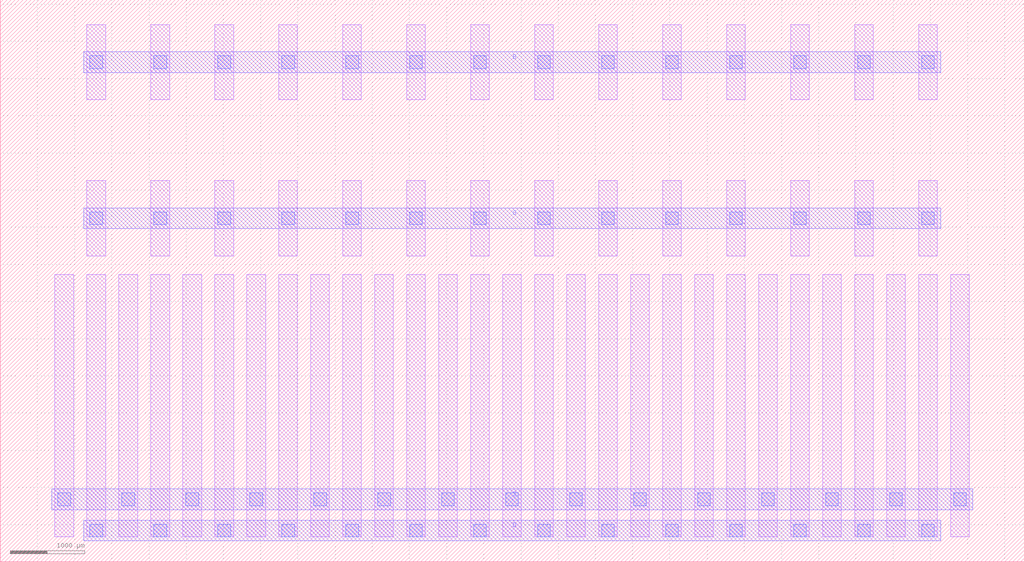
<source format=lef>
MACRO NMOS_4T_3727610_X14_Y1
  UNITS 
    DATABASE MICRONS UNITS 1000;
  END UNITS 
  ORIGIN 0 0 ;
  FOREIGN NMOS_4T_3727610_X14_Y1 0 0 ;
  SIZE 13760 BY 7560 ;
  PIN B
    DIRECTION INOUT ;
    USE SIGNAL ;
    PORT
      LAYER M2 ;
        RECT 1120 6580 12640 6860 ;
    END
  END B
  PIN D
    DIRECTION INOUT ;
    USE SIGNAL ;
    PORT
      LAYER M2 ;
        RECT 1120 280 12640 560 ;
    END
  END D
  PIN G
    DIRECTION INOUT ;
    USE SIGNAL ;
    PORT
      LAYER M2 ;
        RECT 1120 4480 12640 4760 ;
    END
  END G
  PIN S
    DIRECTION INOUT ;
    USE SIGNAL ;
    PORT
      LAYER M2 ;
        RECT 690 700 13070 980 ;
    END
  END S
  OBS
    LAYER M1 ;
      RECT 1165 335 1415 3865 ;
    LAYER M1 ;
      RECT 1165 4115 1415 5125 ;
    LAYER M1 ;
      RECT 1165 6215 1415 7225 ;
    LAYER M1 ;
      RECT 735 335 985 3865 ;
    LAYER M1 ;
      RECT 1595 335 1845 3865 ;
    LAYER M1 ;
      RECT 2025 335 2275 3865 ;
    LAYER M1 ;
      RECT 2025 4115 2275 5125 ;
    LAYER M1 ;
      RECT 2025 6215 2275 7225 ;
    LAYER M1 ;
      RECT 2455 335 2705 3865 ;
    LAYER M1 ;
      RECT 2885 335 3135 3865 ;
    LAYER M1 ;
      RECT 2885 4115 3135 5125 ;
    LAYER M1 ;
      RECT 2885 6215 3135 7225 ;
    LAYER M1 ;
      RECT 3315 335 3565 3865 ;
    LAYER M1 ;
      RECT 3745 335 3995 3865 ;
    LAYER M1 ;
      RECT 3745 4115 3995 5125 ;
    LAYER M1 ;
      RECT 3745 6215 3995 7225 ;
    LAYER M1 ;
      RECT 4175 335 4425 3865 ;
    LAYER M1 ;
      RECT 4605 335 4855 3865 ;
    LAYER M1 ;
      RECT 4605 4115 4855 5125 ;
    LAYER M1 ;
      RECT 4605 6215 4855 7225 ;
    LAYER M1 ;
      RECT 5035 335 5285 3865 ;
    LAYER M1 ;
      RECT 5465 335 5715 3865 ;
    LAYER M1 ;
      RECT 5465 4115 5715 5125 ;
    LAYER M1 ;
      RECT 5465 6215 5715 7225 ;
    LAYER M1 ;
      RECT 5895 335 6145 3865 ;
    LAYER M1 ;
      RECT 6325 335 6575 3865 ;
    LAYER M1 ;
      RECT 6325 4115 6575 5125 ;
    LAYER M1 ;
      RECT 6325 6215 6575 7225 ;
    LAYER M1 ;
      RECT 6755 335 7005 3865 ;
    LAYER M1 ;
      RECT 7185 335 7435 3865 ;
    LAYER M1 ;
      RECT 7185 4115 7435 5125 ;
    LAYER M1 ;
      RECT 7185 6215 7435 7225 ;
    LAYER M1 ;
      RECT 7615 335 7865 3865 ;
    LAYER M1 ;
      RECT 8045 335 8295 3865 ;
    LAYER M1 ;
      RECT 8045 4115 8295 5125 ;
    LAYER M1 ;
      RECT 8045 6215 8295 7225 ;
    LAYER M1 ;
      RECT 8475 335 8725 3865 ;
    LAYER M1 ;
      RECT 8905 335 9155 3865 ;
    LAYER M1 ;
      RECT 8905 4115 9155 5125 ;
    LAYER M1 ;
      RECT 8905 6215 9155 7225 ;
    LAYER M1 ;
      RECT 9335 335 9585 3865 ;
    LAYER M1 ;
      RECT 9765 335 10015 3865 ;
    LAYER M1 ;
      RECT 9765 4115 10015 5125 ;
    LAYER M1 ;
      RECT 9765 6215 10015 7225 ;
    LAYER M1 ;
      RECT 10195 335 10445 3865 ;
    LAYER M1 ;
      RECT 10625 335 10875 3865 ;
    LAYER M1 ;
      RECT 10625 4115 10875 5125 ;
    LAYER M1 ;
      RECT 10625 6215 10875 7225 ;
    LAYER M1 ;
      RECT 11055 335 11305 3865 ;
    LAYER M1 ;
      RECT 11485 335 11735 3865 ;
    LAYER M1 ;
      RECT 11485 4115 11735 5125 ;
    LAYER M1 ;
      RECT 11485 6215 11735 7225 ;
    LAYER M1 ;
      RECT 11915 335 12165 3865 ;
    LAYER M1 ;
      RECT 12345 335 12595 3865 ;
    LAYER M1 ;
      RECT 12345 4115 12595 5125 ;
    LAYER M1 ;
      RECT 12345 6215 12595 7225 ;
    LAYER M1 ;
      RECT 12775 335 13025 3865 ;
    LAYER V1 ;
      RECT 1205 335 1375 505 ;
    LAYER V1 ;
      RECT 1205 4535 1375 4705 ;
    LAYER V1 ;
      RECT 1205 6635 1375 6805 ;
    LAYER V1 ;
      RECT 2065 335 2235 505 ;
    LAYER V1 ;
      RECT 2065 4535 2235 4705 ;
    LAYER V1 ;
      RECT 2065 6635 2235 6805 ;
    LAYER V1 ;
      RECT 2925 335 3095 505 ;
    LAYER V1 ;
      RECT 2925 4535 3095 4705 ;
    LAYER V1 ;
      RECT 2925 6635 3095 6805 ;
    LAYER V1 ;
      RECT 3785 335 3955 505 ;
    LAYER V1 ;
      RECT 3785 4535 3955 4705 ;
    LAYER V1 ;
      RECT 3785 6635 3955 6805 ;
    LAYER V1 ;
      RECT 4645 335 4815 505 ;
    LAYER V1 ;
      RECT 4645 4535 4815 4705 ;
    LAYER V1 ;
      RECT 4645 6635 4815 6805 ;
    LAYER V1 ;
      RECT 5505 335 5675 505 ;
    LAYER V1 ;
      RECT 5505 4535 5675 4705 ;
    LAYER V1 ;
      RECT 5505 6635 5675 6805 ;
    LAYER V1 ;
      RECT 6365 335 6535 505 ;
    LAYER V1 ;
      RECT 6365 4535 6535 4705 ;
    LAYER V1 ;
      RECT 6365 6635 6535 6805 ;
    LAYER V1 ;
      RECT 7225 335 7395 505 ;
    LAYER V1 ;
      RECT 7225 4535 7395 4705 ;
    LAYER V1 ;
      RECT 7225 6635 7395 6805 ;
    LAYER V1 ;
      RECT 8085 335 8255 505 ;
    LAYER V1 ;
      RECT 8085 4535 8255 4705 ;
    LAYER V1 ;
      RECT 8085 6635 8255 6805 ;
    LAYER V1 ;
      RECT 8945 335 9115 505 ;
    LAYER V1 ;
      RECT 8945 4535 9115 4705 ;
    LAYER V1 ;
      RECT 8945 6635 9115 6805 ;
    LAYER V1 ;
      RECT 9805 335 9975 505 ;
    LAYER V1 ;
      RECT 9805 4535 9975 4705 ;
    LAYER V1 ;
      RECT 9805 6635 9975 6805 ;
    LAYER V1 ;
      RECT 10665 335 10835 505 ;
    LAYER V1 ;
      RECT 10665 4535 10835 4705 ;
    LAYER V1 ;
      RECT 10665 6635 10835 6805 ;
    LAYER V1 ;
      RECT 11525 335 11695 505 ;
    LAYER V1 ;
      RECT 11525 4535 11695 4705 ;
    LAYER V1 ;
      RECT 11525 6635 11695 6805 ;
    LAYER V1 ;
      RECT 12385 335 12555 505 ;
    LAYER V1 ;
      RECT 12385 4535 12555 4705 ;
    LAYER V1 ;
      RECT 12385 6635 12555 6805 ;
    LAYER V1 ;
      RECT 775 755 945 925 ;
    LAYER V1 ;
      RECT 1635 755 1805 925 ;
    LAYER V1 ;
      RECT 2495 755 2665 925 ;
    LAYER V1 ;
      RECT 3355 755 3525 925 ;
    LAYER V1 ;
      RECT 4215 755 4385 925 ;
    LAYER V1 ;
      RECT 5075 755 5245 925 ;
    LAYER V1 ;
      RECT 5935 755 6105 925 ;
    LAYER V1 ;
      RECT 6795 755 6965 925 ;
    LAYER V1 ;
      RECT 7655 755 7825 925 ;
    LAYER V1 ;
      RECT 8515 755 8685 925 ;
    LAYER V1 ;
      RECT 9375 755 9545 925 ;
    LAYER V1 ;
      RECT 10235 755 10405 925 ;
    LAYER V1 ;
      RECT 11095 755 11265 925 ;
    LAYER V1 ;
      RECT 11955 755 12125 925 ;
    LAYER V1 ;
      RECT 12815 755 12985 925 ;
  END
END NMOS_4T_3727610_X14_Y1

</source>
